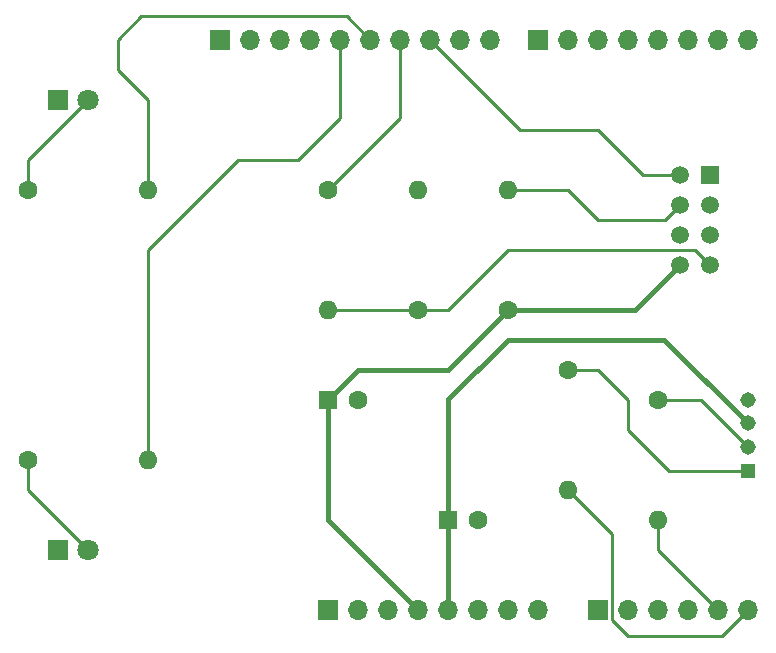
<source format=gtl>
%TF.GenerationSoftware,KiCad,Pcbnew,(7.0.0)*%
%TF.CreationDate,2023-03-24T12:39:27-04:00*%
%TF.ProjectId,ELEG298_S23_Demo_shield,454c4547-3239-4385-9f53-32335f44656d,rev?*%
%TF.SameCoordinates,Original*%
%TF.FileFunction,Copper,L1,Top*%
%TF.FilePolarity,Positive*%
%FSLAX46Y46*%
G04 Gerber Fmt 4.6, Leading zero omitted, Abs format (unit mm)*
G04 Created by KiCad (PCBNEW (7.0.0)) date 2023-03-24 12:39:27*
%MOMM*%
%LPD*%
G01*
G04 APERTURE LIST*
%TA.AperFunction,ComponentPad*%
%ADD10R,1.700000X1.700000*%
%TD*%
%TA.AperFunction,ComponentPad*%
%ADD11O,1.700000X1.700000*%
%TD*%
%TA.AperFunction,ComponentPad*%
%ADD12R,1.800000X1.800000*%
%TD*%
%TA.AperFunction,ComponentPad*%
%ADD13C,1.800000*%
%TD*%
%TA.AperFunction,ComponentPad*%
%ADD14C,1.600000*%
%TD*%
%TA.AperFunction,ComponentPad*%
%ADD15O,1.600000X1.600000*%
%TD*%
%TA.AperFunction,ComponentPad*%
%ADD16R,1.600000X1.600000*%
%TD*%
%TA.AperFunction,ComponentPad*%
%ADD17R,1.308000X1.308000*%
%TD*%
%TA.AperFunction,ComponentPad*%
%ADD18C,1.308000*%
%TD*%
%TA.AperFunction,ComponentPad*%
%ADD19R,1.500000X1.500000*%
%TD*%
%TA.AperFunction,ComponentPad*%
%ADD20C,1.500000*%
%TD*%
%TA.AperFunction,Conductor*%
%ADD21C,0.400000*%
%TD*%
%TA.AperFunction,Conductor*%
%ADD22C,0.250000*%
%TD*%
G04 APERTURE END LIST*
D10*
X127939999Y-97459999D03*
D11*
X130479999Y-97459999D03*
X133019999Y-97459999D03*
X135559999Y-97459999D03*
X138099999Y-97459999D03*
X140639999Y-97459999D03*
X143179999Y-97459999D03*
X145719999Y-97459999D03*
D10*
X150799999Y-97459999D03*
D11*
X153339999Y-97459999D03*
X155879999Y-97459999D03*
X158419999Y-97459999D03*
X160959999Y-97459999D03*
X163499999Y-97459999D03*
D10*
X118795999Y-49199999D03*
D11*
X121335999Y-49199999D03*
X123875999Y-49199999D03*
X126415999Y-49199999D03*
X128955999Y-49199999D03*
X131495999Y-49199999D03*
X134035999Y-49199999D03*
X136575999Y-49199999D03*
X139115999Y-49199999D03*
X141655999Y-49199999D03*
D10*
X145719999Y-49199999D03*
D11*
X148259999Y-49199999D03*
X150799999Y-49199999D03*
X153339999Y-49199999D03*
X155879999Y-49199999D03*
X158419999Y-49199999D03*
X160959999Y-49199999D03*
X163499999Y-49199999D03*
D12*
X105079999Y-92379999D03*
D13*
X107620000Y-92380000D03*
D14*
X143180000Y-72060000D03*
D15*
X143179999Y-61899999D03*
D16*
X138139999Y-89839999D03*
D14*
X140640000Y-89840000D03*
D17*
X163499999Y-85679999D03*
D18*
X163500000Y-83680000D03*
X163500000Y-81680000D03*
X163500000Y-79680000D03*
D14*
X102540000Y-61900000D03*
D15*
X112699999Y-61899999D03*
D14*
X127940000Y-61900000D03*
D15*
X127939999Y-72059999D03*
D19*
X160269999Y-60629999D03*
D20*
X160270000Y-63170000D03*
X160270000Y-65710000D03*
X160270000Y-68250000D03*
X157730000Y-60630000D03*
X157730000Y-63170000D03*
X157730000Y-65710000D03*
X157730000Y-68250000D03*
D12*
X105079999Y-54279999D03*
D13*
X107620000Y-54280000D03*
D14*
X135560000Y-72060000D03*
D15*
X135559999Y-61899999D03*
D14*
X155880000Y-79680000D03*
D15*
X155879999Y-89839999D03*
D16*
X127979999Y-79679999D03*
D14*
X130480000Y-79680000D03*
X102540000Y-84760000D03*
D15*
X112699999Y-84759999D03*
D14*
X148260000Y-77140000D03*
D15*
X148259999Y-87299999D03*
D21*
X143180000Y-74600000D02*
X156420000Y-74600000D01*
X138140000Y-79640000D02*
X143180000Y-74600000D01*
D22*
X138140000Y-97420000D02*
X138100000Y-97460000D01*
D21*
X138140000Y-89840000D02*
X138140000Y-79640000D01*
X138140000Y-89840000D02*
X138140000Y-97420000D01*
X156420000Y-74600000D02*
X163500000Y-81680000D01*
D22*
X153340000Y-99675000D02*
X161285000Y-99675000D01*
X148260000Y-87300000D02*
X151975000Y-91015000D01*
X151975000Y-98310000D02*
X153340000Y-99675000D01*
X151975000Y-91015000D02*
X151975000Y-98310000D01*
X161285000Y-99675000D02*
X163500000Y-97460000D01*
X112700000Y-84760000D02*
X112700000Y-66980000D01*
X120320000Y-59360000D02*
X125400000Y-59360000D01*
X112700000Y-66980000D02*
X120320000Y-59360000D01*
X125400000Y-59360000D02*
X128956000Y-55804000D01*
X112700000Y-84123604D02*
X113018198Y-84441802D01*
X128956000Y-55804000D02*
X128956000Y-49200000D01*
X112139000Y-47221000D02*
X129517000Y-47221000D01*
X129517000Y-47221000D02*
X131496000Y-49200000D01*
X110160000Y-49200000D02*
X112139000Y-47221000D01*
X110160000Y-51740000D02*
X110160000Y-49200000D01*
X112700000Y-54280000D02*
X110160000Y-51740000D01*
X112700000Y-61900000D02*
X112700000Y-54280000D01*
X150800000Y-56820000D02*
X154610000Y-60630000D01*
X136576000Y-49200000D02*
X144196000Y-56820000D01*
X154610000Y-60630000D02*
X157730000Y-60630000D01*
X144196000Y-56820000D02*
X150800000Y-56820000D01*
X127980000Y-79640000D02*
X127980000Y-79680000D01*
D21*
X143180000Y-72060000D02*
X153920000Y-72060000D01*
X138100000Y-77140000D02*
X143180000Y-72060000D01*
X153920000Y-72060000D02*
X157730000Y-68250000D01*
X127980000Y-79680000D02*
X127980000Y-89880000D01*
X127980000Y-89880000D02*
X135560000Y-97460000D01*
X127980000Y-79680000D02*
X130520000Y-77140000D01*
X130520000Y-77140000D02*
X138100000Y-77140000D01*
D22*
X150800000Y-64440000D02*
X156460000Y-64440000D01*
X148260000Y-61900000D02*
X150800000Y-64440000D01*
X143180000Y-61900000D02*
X148260000Y-61900000D01*
X156460000Y-64440000D02*
X157730000Y-63170000D01*
X135560000Y-72060000D02*
X138100000Y-72060000D01*
X138100000Y-72060000D02*
X143180000Y-66980000D01*
X127940000Y-72060000D02*
X135560000Y-72060000D01*
X143180000Y-66980000D02*
X159000000Y-66980000D01*
X159000000Y-66980000D02*
X160270000Y-68250000D01*
X107620000Y-54280000D02*
X102540000Y-59360000D01*
X102540000Y-59360000D02*
X102540000Y-61900000D01*
X102540000Y-84760000D02*
X102540000Y-87300000D01*
X102540000Y-87300000D02*
X107620000Y-92380000D01*
X155880000Y-89840000D02*
X155880000Y-92380000D01*
X155880000Y-92380000D02*
X160960000Y-97460000D01*
X153340000Y-82220000D02*
X156800000Y-85680000D01*
X156800000Y-85680000D02*
X163500000Y-85680000D01*
X148260000Y-77140000D02*
X150800000Y-77140000D01*
X153340000Y-79680000D02*
X153340000Y-82220000D01*
X150800000Y-77140000D02*
X153340000Y-79680000D01*
X159500000Y-79680000D02*
X155880000Y-79680000D01*
X163500000Y-83680000D02*
X159500000Y-79680000D01*
X127940000Y-61900000D02*
X134036000Y-55804000D01*
X134036000Y-55804000D02*
X134036000Y-49200000D01*
X134036000Y-49200000D02*
X133969009Y-49200000D01*
M02*

</source>
